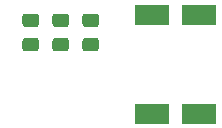
<source format=gbr>
%TF.GenerationSoftware,KiCad,Pcbnew,(5.1.6)-1*%
%TF.CreationDate,2024-02-11T14:18:57-05:00*%
%TF.ProjectId,GB-DMG-Headphone-PCB,47422d44-4d47-42d4-9865-616470686f6e,rev?*%
%TF.SameCoordinates,Original*%
%TF.FileFunction,Paste,Top*%
%TF.FilePolarity,Positive*%
%FSLAX46Y46*%
G04 Gerber Fmt 4.6, Leading zero omitted, Abs format (unit mm)*
G04 Created by KiCad (PCBNEW (5.1.6)-1) date 2024-02-11 14:18:57*
%MOMM*%
%LPD*%
G01*
G04 APERTURE LIST*
%ADD10R,2.900000X1.800000*%
G04 APERTURE END LIST*
D10*
%TO.C,C1*%
X158369000Y-101346000D03*
X162369000Y-101346000D03*
%TD*%
%TO.C,C2*%
X162369500Y-109791500D03*
X158369500Y-109791500D03*
%TD*%
%TO.C,L1*%
G36*
G01*
X152711999Y-103311000D02*
X153612001Y-103311000D01*
G75*
G02*
X153862000Y-103560999I0J-249999D01*
G01*
X153862000Y-104211001D01*
G75*
G02*
X153612001Y-104461000I-249999J0D01*
G01*
X152711999Y-104461000D01*
G75*
G02*
X152462000Y-104211001I0J249999D01*
G01*
X152462000Y-103560999D01*
G75*
G02*
X152711999Y-103311000I249999J0D01*
G01*
G37*
G36*
G01*
X152711999Y-101261000D02*
X153612001Y-101261000D01*
G75*
G02*
X153862000Y-101510999I0J-249999D01*
G01*
X153862000Y-102161001D01*
G75*
G02*
X153612001Y-102411000I-249999J0D01*
G01*
X152711999Y-102411000D01*
G75*
G02*
X152462000Y-102161001I0J249999D01*
G01*
X152462000Y-101510999D01*
G75*
G02*
X152711999Y-101261000I249999J0D01*
G01*
G37*
%TD*%
%TO.C,L2*%
G36*
G01*
X150171999Y-101261000D02*
X151072001Y-101261000D01*
G75*
G02*
X151322000Y-101510999I0J-249999D01*
G01*
X151322000Y-102161001D01*
G75*
G02*
X151072001Y-102411000I-249999J0D01*
G01*
X150171999Y-102411000D01*
G75*
G02*
X149922000Y-102161001I0J249999D01*
G01*
X149922000Y-101510999D01*
G75*
G02*
X150171999Y-101261000I249999J0D01*
G01*
G37*
G36*
G01*
X150171999Y-103311000D02*
X151072001Y-103311000D01*
G75*
G02*
X151322000Y-103560999I0J-249999D01*
G01*
X151322000Y-104211001D01*
G75*
G02*
X151072001Y-104461000I-249999J0D01*
G01*
X150171999Y-104461000D01*
G75*
G02*
X149922000Y-104211001I0J249999D01*
G01*
X149922000Y-103560999D01*
G75*
G02*
X150171999Y-103311000I249999J0D01*
G01*
G37*
%TD*%
%TO.C,L3*%
G36*
G01*
X147631999Y-101261000D02*
X148532001Y-101261000D01*
G75*
G02*
X148782000Y-101510999I0J-249999D01*
G01*
X148782000Y-102161001D01*
G75*
G02*
X148532001Y-102411000I-249999J0D01*
G01*
X147631999Y-102411000D01*
G75*
G02*
X147382000Y-102161001I0J249999D01*
G01*
X147382000Y-101510999D01*
G75*
G02*
X147631999Y-101261000I249999J0D01*
G01*
G37*
G36*
G01*
X147631999Y-103311000D02*
X148532001Y-103311000D01*
G75*
G02*
X148782000Y-103560999I0J-249999D01*
G01*
X148782000Y-104211001D01*
G75*
G02*
X148532001Y-104461000I-249999J0D01*
G01*
X147631999Y-104461000D01*
G75*
G02*
X147382000Y-104211001I0J249999D01*
G01*
X147382000Y-103560999D01*
G75*
G02*
X147631999Y-103311000I249999J0D01*
G01*
G37*
%TD*%
M02*

</source>
